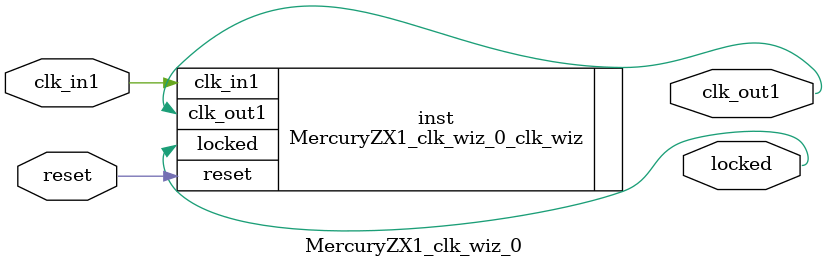
<source format=v>


`timescale 1ps/1ps

(* CORE_GENERATION_INFO = "MercuryZX1_clk_wiz_0,clk_wiz_v6_0_3_0_0,{component_name=MercuryZX1_clk_wiz_0,use_phase_alignment=true,use_min_o_jitter=false,use_max_i_jitter=false,use_dyn_phase_shift=false,use_inclk_switchover=false,use_dyn_reconfig=false,enable_axi=0,feedback_source=FDBK_AUTO,PRIMITIVE=MMCM,num_out_clk=1,clkin1_period=10.000,clkin2_period=10.000,use_power_down=false,use_reset=true,use_locked=true,use_inclk_stopped=false,feedback_type=SINGLE,CLOCK_MGR_TYPE=NA,manual_override=false}" *)

module MercuryZX1_clk_wiz_0 
 (
  // Clock out ports
  output        clk_out1,
  // Status and control signals
  input         reset,
  output        locked,
 // Clock in ports
  input         clk_in1
 );

  MercuryZX1_clk_wiz_0_clk_wiz inst
  (
  // Clock out ports  
  .clk_out1(clk_out1),
  // Status and control signals               
  .reset(reset), 
  .locked(locked),
 // Clock in ports
  .clk_in1(clk_in1)
  );

endmodule

</source>
